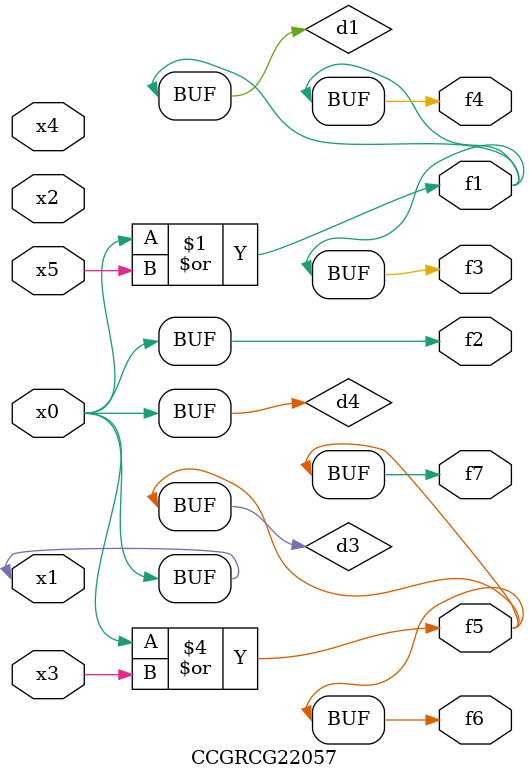
<source format=v>
module CCGRCG22057(
	input x0, x1, x2, x3, x4, x5,
	output f1, f2, f3, f4, f5, f6, f7
);

	wire d1, d2, d3, d4;

	or (d1, x0, x5);
	xnor (d2, x1, x4);
	or (d3, x0, x3);
	buf (d4, x0, x1);
	assign f1 = d1;
	assign f2 = d4;
	assign f3 = d1;
	assign f4 = d1;
	assign f5 = d3;
	assign f6 = d3;
	assign f7 = d3;
endmodule

</source>
